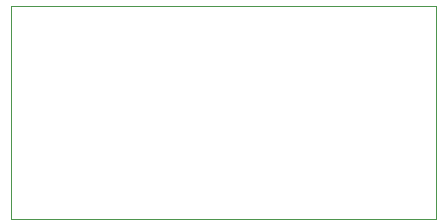
<source format=gbr>
%TF.GenerationSoftware,Altium Limited,Altium Designer,24.7.2 (38)*%
G04 Layer_Color=0*
%FSLAX43Y43*%
%MOMM*%
%TF.SameCoordinates,D15D1D2A-FCB6-4C81-826D-5CEFA5F89A76*%
%TF.FilePolarity,Positive*%
%TF.FileFunction,Profile,NP*%
%TF.Part,Single*%
G01*
G75*
%TA.AperFunction,Profile*%
%ADD16C,0.025*%
D16*
X0Y0D02*
X36000D01*
Y18034D01*
X0D01*
Y0D01*
%TF.MD5,fe608f856b0a15af7a50bb1dd3cf39ed*%
M02*

</source>
